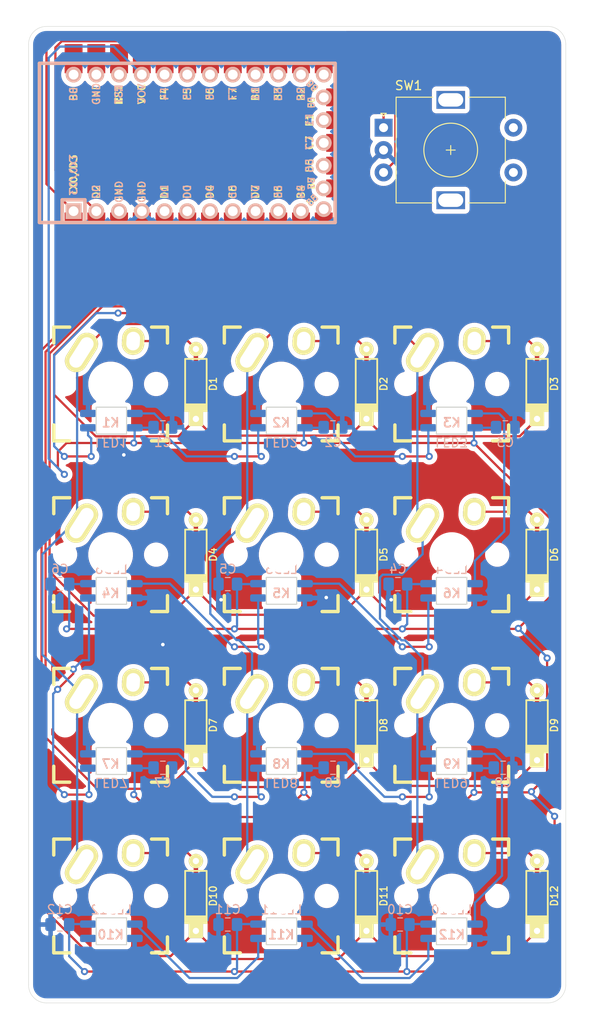
<source format=kicad_pcb>
(kicad_pcb (version 20211014) (generator pcbnew)
  (layers (0 "F.Cu" signal) (31 "B.Cu" signal) (34 "B.Paste" user) (35 "F.Paste" user) (36 "B.SilkS" user "B.Silkscreen") (37 "F.SilkS" user "F.Silkscreen") (38 "B.Mask" user) (39 "F.Mask" user) (44 "Edge.Cuts" user))
  (net 0 "")
  (net 1 "+5V")
  (net 2 "led_data")
  (net 3 "Net-(D4-Pad2)")
  (net 4 "row0")
  (net 5 "Net-(D5-Pad2)")
  (net 6 "Net-(D6-Pad2)")
  (net 7 "Net-(D10-Pad2)")
  (net 8 "row1")
  (net 9 "Net-(D11-Pad2)")
  (net 10 "Net-(D12-Pad2)")
  (net 11 "row2")
  (net 12 "row3")
  (net 13 "col0")
  (net 14 "col1")
  (net 15 "col2")
  (net 16 "Net-(SW1-PadA)")
  (net 17 "Net-(SW1-PadB)")
  (net 34 "Net-(D1-Pad2)")
  (net 35 "Net-(D2-Pad2)")
  (net 36 "Net-(D3-Pad2)")
  (net 37 "Net-(D7-Pad2)")
  (net 38 "Net-(D8-Pad2)")
  (net 39 "Net-(D9-Pad2)")
  (net 40 "Net-(LED4-Pad2)")
  (net 41 "GND")
  (net 42 "Net-(LED8-Pad2)")
  (net 43 "Net-(LED3-Pad2)")
  (net 44 "Net-(LED6-Pad2)")
  (net 45 "Net-(LED10-Pad4)")
  (net 49 "Net-(LED1-Pad2)")
  (net 50 "Net-(LED2-Pad2)")
  (net 51 "Net-(LED5-Pad2)")
  (net 52 "Net-(LED7-Pad2)")
  (net 53 "Net-(LED10-Pad2)")
  (net 54 "Net-(LED11-Pad2)")
  (footprint "keyboard_parts:D_SOD123_axial" (layer "F.Cu") (at 45.69119 61.9125 90)
    (fp_text reference "D1")
    (fp_text value "D" hide)
  )
  (footprint "keyboard_parts:D_SOD123_axial" (layer "F.Cu") (at 64.74119 61.9125 90)
    (fp_text reference "D2")
    (fp_text value "D" hide)
  )
  (footprint "keyboard_parts:D_SOD123_axial" (layer "F.Cu") (at 83.79119 61.9125 90)
    (fp_text reference "D3")
    (fp_text value "D" hide)
  )
  (footprint "keyboard_parts:D_SOD123_axial" (layer "F.Cu") (at 45.69119 80.9625 90)
    (fp_text reference "D4")
    (fp_text value "D" hide)
  )
  (footprint "keyboard_parts:D_SOD123_axial" (layer "F.Cu") (at 64.74119 80.9625 90)
    (fp_text reference "D5")
    (fp_text value "D" hide)
  )
  (footprint "keyboard_parts:D_SOD123_axial" (layer "F.Cu") (at 83.79119 80.9625 90)
    (fp_text reference "D6")
    (fp_text value "D" hide)
  )
  (footprint "keyboard_parts:D_SOD123_axial" (layer "F.Cu") (at 45.69119 100.0125 90)
    (fp_text reference "D7")
    (fp_text value "D" hide)
  )
  (footprint "keyboard_parts:D_SOD123_axial" (layer "F.Cu") (at 64.74119 100.0125 90)
    (fp_text reference "D8")
    (fp_text value "D" hide)
  )
  (footprint "keyboard_parts:D_SOD123_axial" (layer "F.Cu") (at 83.79119 100.0125 90)
    (fp_text reference "D9")
    (fp_text value "D" hide)
  )
  (footprint "keyboard_parts:D_SOD123_axial" (layer "F.Cu") (at 45.69119 119.0625 90)
    (fp_text reference "D10")
    (fp_text value "D" hide)
  )
  (footprint "keyboard_parts:D_SOD123_axial" (layer "F.Cu") (at 64.74119 119.0625 90)
    (fp_text reference "D11")
    (fp_text value "D" hide)
  )
  (footprint "keyboard_parts:D_SOD123_axial" (layer "F.Cu") (at 83.79119 119.0625 90)
    (fp_text reference "D12")
    (fp_text value "D" hide)
  )
  (footprint "keebs:Mx_Alps_100" (layer "F.Cu") (at 36.16619 61.9125)
    (fp_text reference "K1")
    (fp_text value "KEYSW" hide)
  )
  (footprint "keebs:Mx_Alps_100" (layer "F.Cu") (at 55.21619 61.9125)
    (fp_text reference "K2")
    (fp_text value "KEYSW" hide)
  )
  (footprint "keebs:Mx_Alps_100" (layer "F.Cu") (at 74.26619 61.9125)
    (fp_text reference "K3")
    (fp_text value "KEYSW" hide)
  )
  (footprint "keebs:Mx_Alps_100" (layer "F.Cu") (at 36.16619 80.9625)
    (fp_text reference "K4")
    (fp_text value "KEYSW" hide)
  )
  (footprint "keebs:Mx_Alps_100" (layer "F.Cu") (at 55.21619 80.9625)
    (fp_text reference "K5")
    (fp_text value "KEYSW" hide)
  )
  (footprint "keebs:Mx_Alps_100" (layer "F.Cu") (at 74.26619 80.9625)
    (fp_text reference "K6")
    (fp_text value "KEYSW" hide)
  )
  (footprint "keebs:Mx_Alps_100" (layer "F.Cu") (at 36.16619 100.0125)
    (fp_text reference "K7")
    (fp_text value "KEYSW" hide)
  )
  (footprint "keebs:Mx_Alps_100" (layer "F.Cu") (at 55.21619 100.0125)
    (fp_text reference "K8")
    (fp_text value "KEYSW" hide)
  )
  (footprint "keebs:Mx_Alps_100" (layer "F.Cu") (at 74.26619 100.0125)
    (fp_text reference "K9")
    (fp_text value "KEYSW" hide)
  )
  (footprint "keebs:Mx_Alps_100" (layer "F.Cu") (at 36.16619 119.0625)
    (fp_text reference "K10")
    (fp_text value "KEYSW" hide)
  )
  (footprint "keebs:Mx_Alps_100" (layer "F.Cu") (at 55.21619 119.0625)
    (fp_text reference "K11")
    (fp_text value "KEYSW" hide)
  )
  (footprint "keebs:Mx_Alps_100" (layer "F.Cu") (at 74.26619 119.0625)
    (fp_text reference "K12")
    (fp_text value "KEYSW" hide)
  )
  (footprint "keebio:Elite-C-castellated-29pin-holes" (layer "F.Cu") (at 46 35)
    (fp_text reference "U1" hide)
    (fp_text value "Elite-C" hide)
  )
  (footprint "Rotary_Encoder:RotaryEncoder_Alps_EC11E-Switch_Vertical_H20mm" (layer "F.Cu") (at 66.65 33.3)
    (fp_text reference "SW1")
    (fp_text value "Rotary_Encoder_Switch")
  )
  (footprint "Capacitor_SMD:C_0805_2012Metric_Pad1.18x1.45mm_HandSolder" (layer "B.Cu") (at 42 66.75)
    (fp_text reference "C1")
    (fp_text value "104")
  )
  (footprint "dunkyl_kicad:Adafruit NeoPixel SK6812_E" (layer "B.Cu") (at 55.25 123 180)
    (fp_text reference "LED11")
    (fp_text value "NeoPixel")
    (fp_rect (start -1.7 1.5) (end 1.7 -1.5) (layer "Edge.Cuts") (width 0.12) (fill none))
  )
  (footprint "Capacitor_SMD:C_0805_2012Metric_Pad1.18x1.45mm_HandSolder" (layer "B.Cu") (at 42 104.75)
    (fp_text reference "C7")
    (fp_text value "104")
  )
  (footprint "dunkyl_kicad:Adafruit NeoPixel SK6812_E" (layer "B.Cu") (at 36.25 104)
    (fp_text reference "LED7")
    (fp_text value "NeoPixel")
    (fp_rect (start -1.7 1.5) (end 1.7 -1.5) (layer "Edge.Cuts") (width 0.12) (fill none))
  )
  (footprint "dunkyl_kicad:Adafruit NeoPixel SK6812_E" (layer "B.Cu") (at 74.25 104)
    (fp_text reference "LED9")
    (fp_text value "NeoPixel")
    (fp_rect (start -1.7 1.5) (end 1.7 -1.5) (layer "Edge.Cuts") (width 0.12) (fill none))
  )
  (footprint "dunkyl_kicad:Adafruit NeoPixel SK6812_E" (layer "B.Cu") (at 74.25 123 180)
    (fp_text reference "LED10")
    (fp_text value "NeoPixel")
    (fp_rect (start -1.7 1.5) (end 1.7 -1.5) (layer "Edge.Cuts") (width 0.12) (fill none))
  )
  (footprint "dunkyl_kicad:Adafruit NeoPixel SK6812_E" (layer "B.Cu") (at 55.25 104)
    (fp_text reference "LED8")
    (fp_text value "NeoPixel")
    (fp_rect (start -1.7 1.5) (end 1.7 -1.5) (layer "Edge.Cuts") (width 0.12) (fill none))
  )
  (footprint "dunkyl_kicad:Adafruit NeoPixel SK6812_E" (layer "B.Cu") (at 55.25 66)
    (fp_text reference "LED2")
    (fp_text value "NeoPixel")
    (fp_rect (start -1.7 1.5) (end 1.7 -1.5) (layer "Edge.Cuts") (width 0.12) (fill none))
  )
  (footprint "Capacitor_SMD:C_0805_2012Metric_Pad1.18x1.45mm_HandSolder" (layer "B.Cu") (at 30.5 84.25 180)
    (fp_text reference "C6")
    (fp_text value "104")
  )
  (footprint "Capacitor_SMD:C_0805_2012Metric_Pad1.18x1.45mm_HandSolder" (layer "B.Cu") (at 80.25 66.75)
    (fp_text reference "C3")
    (fp_text value "104")
  )
  (footprint "Capacitor_SMD:C_0805_2012Metric_Pad1.18x1.45mm_HandSolder" (layer "B.Cu") (at 49.25 122.25 180)
    (fp_text reference "C11")
    (fp_text value "104")
  )
  (footprint "dunkyl_kicad:Adafruit NeoPixel SK6812_E" (layer "B.Cu") (at 36.25 85 180)
    (fp_text reference "LED6")
    (fp_text value "NeoPixel")
    (fp_rect (start -1.7 1.5) (end 1.7 -1.5) (layer "Edge.Cuts") (width 0.12) (fill none))
  )
  (footprint "dunkyl_kicad:Adafruit NeoPixel SK6812_E" (layer "B.Cu") (at 55.25 85 180)
    (fp_text reference "LED5")
    (fp_text value "NeoPixel")
    (fp_rect (start -1.7 1.5) (end 1.7 -1.5) (layer "Edge.Cuts") (width 0.12) (fill none))
  )
  (footprint "Capacitor_SMD:C_0805_2012Metric_Pad1.18x1.45mm_HandSolder" (layer "B.Cu") (at 68.5 122.25 180)
    (fp_text reference "C10")
    (fp_text value "104")
  )
  (footprint "Capacitor_SMD:C_0805_2012Metric_Pad1.18x1.45mm_HandSolder" (layer "B.Cu") (at 30.5 122.25 180)
    (fp_text reference "C12")
    (fp_text value "104")
  )
  (footprint "Capacitor_SMD:C_0805_2012Metric_Pad1.18x1.45mm_HandSolder" (layer "B.Cu") (at 68.25 84.25 180)
    (fp_text reference "C4")
    (fp_text value "104")
  )
  (footprint "dunkyl_kicad:Adafruit NeoPixel SK6812_E" (layer "B.Cu") (at 74.25 85 180)
    (fp_text reference "LED4")
    (fp_text value "NeoPixel")
    (fp_rect (start -1.7 1.5) (end 1.7 -1.5) (layer "Edge.Cuts") (width 0.12) (fill none))
  )
  (footprint "Capacitor_SMD:C_0805_2012Metric_Pad1.18x1.45mm_HandSolder" (layer "B.Cu") (at 61 104.75)
    (fp_text reference "C8")
    (fp_text value "104")
  )
  (footprint "Capacitor_SMD:C_0805_2012Metric_Pad1.18x1.45mm_HandSolder" (layer "B.Cu") (at 80 104.75)
    (fp_text reference "C9")
    (fp_text value "104")
  )
  (footprint "Capacitor_SMD:C_0805_2012Metric_Pad1.18x1.45mm_HandSolder" (layer "B.Cu") (at 61 66.75)
    (fp_text reference "C2")
    (fp_text value "104")
  )
  (footprint "Capacitor_SMD:C_0805_2012Metric_Pad1.18x1.45mm_HandSolder" (layer "B.Cu") (at 49.25 84.25 180)
    (fp_text reference "C5")
    (fp_text value "104")
  )
  (footprint "dunkyl_kicad:Adafruit NeoPixel SK6812_E" (layer "B.Cu") (at 74.25 66)
    (fp_text reference "LED3")
    (fp_text value "NeoPixel")
    (fp_rect (start -1.7 1.5) (end 1.7 -1.5) (layer "Edge.Cuts") (width 0.12) (fill none))
  )
  (footprint "dunkyl_kicad:Adafruit NeoPixel SK6812_E" (layer "B.Cu") (at 36.25 66)
    (fp_text reference "LED1")
    (fp_text value "NeoPixel")
    (fp_rect (start -1.7 1.5) (end 1.7 -1.5) (layer "Edge.Cuts") (width 0.12) (fill none))
  )
  (footprint "dunkyl_kicad:Adafruit NeoPixel SK6812_E" (layer "B.Cu") (at 36.25 123 180)
    (fp_text reference "LED12")
    (fp_text value "NeoPixel")
    (fp_rect (start -1.7 1.5) (end 1.7 -1.5) (layer "Edge.Cuts") (width 0.12) (fill none))
  )
  (gr_line (start 85 22) (end 29 22) (layer "Edge.Cuts") (width 0.05))
  (gr_line (start 87 24) (end 87 129) (layer "Edge.Cuts") (width 0.05))
  (gr_arc (start 29 131) (mid 27.585786 130.414214) (end 27 129) (layer "Edge.Cuts") (width 0.05))
  (gr_line (start 85 131) (end 29 131) (layer "Edge.Cuts") (width 0.05))
  (gr_line (start 27 129) (end 27 24) (layer "Edge.Cuts") (width 0.05))
  (gr_arc (start 85 22) (mid 86.414214 22.585786) (end 87 24) (layer "Edge.Cuts") (width 0.05))
  (gr_arc (start 27 24) (mid 27.585786 22.585786) (end 29 22) (layer "Edge.Cuts") (width 0.05))
  (gr_arc (start 87 129) (mid 86.414214 130.414214) (end 85 131) (layer "Edge.Cuts") (width 0.05))
  (segment (start 80.25 72) (end 80.31899 72) (width 0.25) (layer "F.Cu") (net 1))
  (segment (start 57.75 68.5) (end 76.75 68.5) (width 0.25) (layer "F.Cu") (net 1))
  (segment (start 69.25 127.5) (end 50 127.5) (width 0.25) (layer "F.Cu") (net 1))
  (segment (start 85.75 110.168598) (end 85.75 125.25) (width 0.25) (layer "F.Cu") (net 1))
  (segment (start 85.75 125.25) (end 83.5 127.5) (width 0.25) (layer "F.Cu") (net 1))
  (segment (start 85.25 85.652712) (end 81.701356 89.201356) (width 0.25) (layer "F.Cu") (net 1))
  (segment (start 80.31899 72) (end 85.25 76.93101) (width 0.25) (layer "F.Cu") (net 1))
  (segment (start 60.5 110.25) (end 57.75 107.5) (width 0.25) (layer "F.Cu") (net 1))
  (segment (start 50 89.25) (end 31.25 89.25) (width 0.25) (layer "F.Cu") (net 1))
  (segment (start 50 127.5) (end 33.25 127.5) (width 0.25) (layer "F.Cu") (net 1))
  (segment (start 81.701356 89.201356) (end 81.652712 89.25) (width 0.25) (layer "F.Cu") (net 1))
  (segment (start 57.75 107.5) (end 55 110.25) (width 0.25) (layer "F.Cu") (net 1))
  (segment (start 31.25 68.5) (end 38.75 68.5) (width 0.25) (layer "F.Cu") (net 1))
  (segment (start 83.165701 107.415701) (end 83.081402 107.5) (width 0.25) (layer "F.Cu") (net 1))
  (segment (start 38.75 68.5) (end 57.75 68.5) (width 0.25) (layer "F.Cu") (net 1))
  (segment (start 76.75 68.5) (end 80.25 72) (width 0.25) (layer "F.Cu") (net 1))
  (segment (start 55 110.25) (end 41.25 110.25) (width 0.25) (layer "F.Cu") (net 1))
  (segment (start 30.275489 71.275489) (end 30.275489 69.474511) (width 0.25) (layer "F.Cu") (net 1))
  (segment (start 83.081402 107.5) (end 76.75 107.5) (width 0.25) (layer "F.Cu") (net 1))
  (segment (start 84.915701 92.512989) (end 84.915701 105.665701) (width 0.25) (layer "F.Cu") (net 1))
  (segment (start 81.652712 89.25) (end 68.75 89.25) (width 0.25) (layer "F.Cu") (net 1))
  (segment (start 84.915701 105.665701) (end 83.165701 107.415701) (width 0.25) (layer "F.Cu") (net 1))
  (segment (start 74 110.25) (end 60.5 110.25) (width 0.25) (layer "F.Cu") (net 1))
  (segment (start 68.75 89.25) (end 50 89.25) (width 0.25) (layer "F.Cu") (net 1))
  (segment (start 41.25 110.25) (end 38.75 107.75) (width 0.25) (layer "F.Cu") (net 1))
  (segment (start 30.275489 69.474511) (end 31.25 68.5) (width 0.25) (layer "F.Cu") (net 1))
  (segment (start 83.5 127.5) (end 69.25 127.5) (width 0.25) (layer "F.Cu") (net 1))
  (segment (start 85.25 76.93101) (end 85.25 85.652712) (width 0.25) (layer "F.Cu") (net 1))
  (segment (start 76.75 107.5) (end 74 110.25) (width 0.25) (layer "F.Cu") (net 1))
  (segment (start 31 72) (end 30.275489 71.275489) (width 0.25) (layer "F.Cu") (net 1))
  (via (at 33.25 127.5) (size 0.8) (drill 0.4) (layers "F.Cu" "B.Cu") (net 1))
  (via (at 50 89.25) (size 0.8) (drill 0.4) (layers "F.Cu" "B.Cu") (net 1))
  (via (at 57.75 68.5) (size 0.8) (drill 0.4) (layers "F.Cu" "B.Cu") (net 1))
  (via (at 76.75 107.5) (size 0.8) (drill 0.4) (layers "F.Cu" "B.Cu") (net 1))
  (via (at 31 72) (size 0.8) (drill 0.4) (layers "F.Cu" "B.Cu") (net 1))
  (via (at 57.75 107.5) (size 0.8) (drill 0.4) (layers "F.Cu" "B.Cu") (net 1))
  (via (at 38.75 107.75) (size 0.8) (drill 0.4) (layers "F.Cu" "B.Cu") (net 1))
  (via (at 84.915701 92.512989) (size 0.8) (drill 0.4) (layers "F.Cu" "B.Cu") (net 1))
  (via (at 50 127.5) (size 0.8) (drill 0.4) (layers "F.Cu" "B.Cu") (net 1))
  (via (at 81.701356 89.201356) (size 0.8) (drill 0.4) (layers "F.Cu" "B.Cu") (net 1))
  (via (at 68.75 89.25) (size 0.8) (drill 0.4) (layers "F.Cu" "B.Cu") (net 1))
  (via (at 38.75 68.5) (size 0.8) (drill 0.4) (layers "F.Cu" "B.Cu") (net 1))
  (via (at 83.165701 107.415701) (size 0.8) (drill 0.4) (layers "F.Cu" "B.Cu") (net 1))
  (via (at 76.75 68.5) (size 0.8) (drill 0.4) (layers "F.Cu" "B.Cu") (net 1))
  (via (at 69.25 127.5) (size 0.8) (drill 0.4) (layers "F.Cu" "B.Cu") (net 1))
  (via (at 31.25 89.25) (size 0.8) (drill 0.4) (layers "F.Cu" "B.Cu") (net 1))
  (via (at 85.75 110.168598) (size 0.8) (drill 0.4) (layers "F.Cu" "B.Cu") (net 1))
  (segment (start 69.2875 84.25) (end 69.2875 88.7125) (width 0.25) (layer "B.Cu") (net 1))
  (segment (start 71.6 84.25) (end 71.65 84.2) (width 0.25) (layer "B.Cu") (net 1))
  (segment (start 57.85 104.8) (end 59.9125 104.8) (width 0.25) (layer "B.Cu") (net 1))
  (segment (start 31.5375 88.9625) (end 31.25 89.25) (width 0.25) (layer "B.Cu") (net 1))
  (segment (start 38.85 104.8) (end 38.85 107.65) (width 0.25) (layer "B.Cu") (net 1))
  (segment (start 39.65 27.38) (end 36.52 24.25) (width 0.25) (layer "B.Cu") (net 1))
  (segment (start 52.65 122.2) (end 50.3375 122.2) (width 0.25) (layer "B.Cu") (net 1))
  (segment (start 31.5375 84.25) (end 31.5375 88.9625) (width 0.25) (layer "B.Cu") (net 1))
  (segment (start 50.2875 88.9625) (end 50 89.25) (width 0.25) (layer "B.Cu") (net 1))
  (segment (start 36.52 24.25) (end 30.5 24.25) (width 0.25) (layer "B.Cu") (net 1))
  (segment (start 69.25 122.5375) (end 69.25 127.5) (width 0.25) (layer "B.Cu") (net 1))
  (segment (start 57.75 66.9) (end 57.85 66.8) (width 0.25) (layer "B.Cu") (net 1))
  (segment (start 52.6 84.25) (end 52.65 84.2) (width 0.25) (layer "B.Cu") (net 1))
  (segment (start 50.2875 122.25) (end 50.2875 127.2125) (width 0.25) (layer "B.Cu") (net 1))
  (segment (start 76.85 66.8) (end 79.1625 66.8) (width 0.25) (layer "B.Cu") (net 1))
  (segment (start 69.5375 122.25) (end 69.25 122.5375) (width 0.25) (layer "B.Cu") (net 1))
  (segment (start 31.5375 122.25) (end 31.5375 125.7875) (width 0.25) (layer "B.Cu") (net 1))
  (segment (start 76.85 107.4) (end 76.75 107.5) (width 0.25) (layer "B.Cu") (net 1))
  (segment (start 38.85 68.4) (end 38.75 68.5) (width 0.25) (layer "B.Cu") (net 1))
  (segment (start 76.85 104.8) (end 76.85 107.4) (width 0.25) (layer "B.Cu") (net 1))
  (segment (start 50.2875 127.2125) (end 50 127.5) (width 0.25) (layer "B.Cu") (net 1))
  (segment (start 84.915701 92.415701) (end 84.915701 92.512989) (width 0.25) (layer "B.Cu") (net 1))
  (segment (start 59.9125 66.8) (end 59.9625 66.75) (width 0.25) (layer "B.Cu") (net 1))
  (segment (start 81.701356 89.201356) (end 84.915701 92.415701) (width 0.25) (layer "B.Cu") (net 1))
  (segment (start 33.65 122.2) (end 31.5875 122.2) (width 0.25) (layer "B.Cu") (net 1))
  (segment (start 29.25 25.5) (end 29.25 70.25) (width 0.25) (layer "B.Cu") (net 1))
  (segment (start 69.5875 122.2) (end 69.5375 122.25) (width 0.25) (layer "B.Cu") (net 1))
  (segment (start 79.1625 66.8) (end 79.2125 66.75) (width 0.25) (layer "B.Cu") (net 1))
  (segment (start 38.85 107.65) (end 38.75 107.75) (width 0.25) (layer "B.Cu") (net 1))
  (segment (start 76.75 68.5) (end 76.75 66.9) (width 0.25) (layer "B.Cu") (net 1))
  (segment (start 59.9125 104.8) (end 59.9625 104.75) (width 0.25) (layer "B.Cu") (net 1))
  (segment (start 57.85 107.4) (end 57.75 107.5) (width 0.25) (layer "B.Cu") (net 1))
  (segment (start 71.65 122.2) (end 69.5875 122.2) (width 0.25) (layer "B.Cu") (net 1))
  (segment (start 29.25 70.25) (end 31 72) (width 0.25) (layer "B.Cu") (net 1))
  (segment (start 50.2875 84.25) (end 52.6 84.25) (width 0.25) (layer "B.Cu") (net 1))
  (segment (start 57.75 68.5) (end 57.75 66.9) (width 0.25) (layer "B.Cu") (net 1))
  (segment (start 57.85 104.8) (end 57.85 107.4) (width 0.25) (layer "B.Cu") (net 1))
  (segment (start 76.85 104.8) (end 78.9125 104.8) (width 0.25) (layer "B.Cu") (net 1))
  (segment (start 33.6 84.25) (end 33.65 84.2) (width 0.25) (layer "B.Cu") (net 1))
  (segment (start 83.165701 107.584299) (end 85.75 110.168598) (width 0.25) (layer "B.Cu") (net 1))
  (segment (start 57.85 66.8) (end 59.9125 66.8) (width 0.25) (layer "B.Cu") (net 1))
  (segment (start 50.2875 84.25) (end 50.2875 88.9625) (width 0.25) (layer "B.Cu") (net 1))
  (segment (start 69.2875 88.7125) (end 68.75 89.25) (width 0.25) (layer "B.Cu") (net 1))
  (segment (start 76.75 66.9) (end 76.85 66.8) (width 0.25) (layer "B.Cu") (net 1))
  (segment (start 50.3375 122.2) (end 50.2875 122.25) (width 0.25) (layer "B.Cu") (net 1))
  (segment (start 31.5875 122.2) (end 31.5375 122.25) (width 0.25) (layer "B.Cu") (net 1))
  (segment (start 38.85 66.8) (end 38.85 68.4) (width 0.25) (layer "B.Cu") (net 1))
  (segment (start 40.9125 66.8) (end 40.9625 66.75) (width 0.25) (layer "B.Cu") (net 1))
  (segment (start 38.85 66.8) (end 40.9125 66.8) (width 0.25) (layer "B.Cu") (net 1))
  (segment (start 31.5375 84.25) (end 33.6 84.25) (width 0.25) (layer "B.Cu") (net 1))
  (segment (start 31.5375 125.7875) (end 33.25 127.5) (width 0.25) (layer "B.Cu") (net 1))
  (segment (start 83.165701 107.415701) (end 83.165701 107.584299) (width 0.25) (layer "B.Cu") (net 1))
  (segment (start 38.85 104.8) (end 40.9125 104.8) (width 0.25) (layer "B.Cu") (net 1))
  (segment (start 69.2875 84.25) (end 71.6 84.25) (width 0.25) (layer "B.Cu") (net 1))
  (segment (start 40.9125 104.8) (end 40.9625 104.75) (width 0.25) (layer "B.Cu") (net 1))
  (segment (start 78.9125 104.8) (end 78.9625 104.75) (width 0.25) (layer "B.Cu") (net 1))
  (segment (start 30.5 24.25) (end 29.25 25.5) (width 0.25) (layer "B.Cu") (net 1))
  (segment (start 52.35 42.62) (end 52.35 46.65) (width 0.25) (layer "F.Cu") (net 2))
  (segment (start 31 70) (end 34 70) (width 0.25) (layer "F.Cu") (net 2))
  (segment (start 45 54) (end 37 54) (width 0.25) (layer "F.Cu") (net 2))
  (segment (start 52.35 46.65) (end 45 54) (width 0.25) (layer "F.Cu") (net 2))
  (via (at 31 70) (size 0.8) (drill 0.4) (layers "F.Cu" "B.Cu") (net 2))
  (via (at 34 70) (size 0.8) (drill 0.4) (layers "F.Cu" "B.Cu") (net 2))
  (via (at 37 54) (size 0.8) (drill 0.4) (layers "F.Cu" "B.Cu") (net 2))
  (segment (start 33.65 66.8) (end 33.65 67.65) (width 0.25) (layer "B.Cu") (net 2))
  (segment (start 33.65 67.65) (end 34 68) (width 0.25) (layer "B.Cu") (net 2))
  (segment (start 34.585782 54) (end 29.860769 58.725013) (width 0.25) (layer "B.Cu") (net 2))
  (segment (start 29.860769 58.725013) (end 29.860769 68.860769) (width 0.25) (layer "B.Cu") (net 2))
  (segment (start 34 68) (end 34 70) (width 0.25) (layer "B.Cu") (net 2))
  (segment (start 29.860769 68.860769) (end 31 70) (width 0.25) (layer "B.Cu") (net 2))
  (segment (start 37 54) (end 34.585782 54) (width 0.25) (layer "B.Cu") (net 2))
  (segment (start 38.68619 76.1725) (end 44.80119 76.1725) (width 0.25) (layer "F.Cu") (net 3))
  (segment (start 44.80119 76.1725) (end 45.69119 77.0625) (width 0.25) (layer "F.Cu") (net 3))
  (segment (start 43.75369 67.75) (end 45.69119 65.8125) (width 0.25) (layer "F.Cu") (net 4))
  (segment (start 45.69119 65.8125) (end 47.55321 67.67452) (width 0.25) (layer "F.Cu") (net 4))
  (segment (start 41.692022 53.25) (end 35.25 53.25) (width 0.25) (layer "F.Cu") (net 4))
  (segment (start 81.85369 67.75) (end 83.79119 65.8125) (width 0.25) (layer "F.Cu") (net 4))
  (segment (start 49.81 45.132022) (end 41.692022 53.25) (width 0.25) (layer "F.Cu") (net 4))
  (segment (start 47.55321 67.67452) (end 62.87917 67.67452) (width 0.25) (layer "F.Cu") (net 4))
  (segment (start 29.860769 58.639231) (end 29.860769 63.110769) (width 0.25) (layer "F.Cu") (net 4))
  (segment (start 34.5 67.75) (end 43.75369 67.75) (width 0.25) (layer "F.Cu") (net 4))
  (segment (start 35.25 53.25) (end 29.860769 58.639231) (width 0.25) (layer "F.Cu") (net 4))
  (segment (start 49.81 42.62) (end 49.81 45.132022) (width 0.25) (layer "F.Cu") (net 4))
  (segment (start 62.87917 67.67452) (end 64.74119 65.8125) (width 0.25) (layer "F.Cu") (net 4))
  (segment (start 66.67869 67.75) (end 81.85369 67.75) (width 0.25) (layer "F.Cu") (net 4))
  (segment (start 64.74119 65.8125) (end 66.67869 67.75) (width 0.25) (layer "F.Cu") (net 4))
  (segment (start 29.860769 63.110769) (end 34.5 67.75) (width 0.25) (layer "F.Cu") (net 4))
  (segment (start 63.85119 76.1725) (end 64.74119 77.0625) (width 0.25) (layer "F.Cu") (net 5))
  (segment (start 57.73619 76.1725) (end 63.85119 76.1725) (width 0.25) (layer "F.Cu") (net 5))
  (segment (start 76.78619 76.1725) (end 82.90119 76.1725) (width 0.25) (layer "F.Cu") (net 6))
  (segment (start 82.90119 76.1725) (end 83.79119 77.0625) (width 0.25) (layer "F.Cu") (net 6))
  (segment (start 38.68619 114.2725) (end 44.80119 114.2725) (width 0.25) (layer "F.Cu") (net 7))
  (segment (start 44.80119 114.2725) (end 45.69119 115.1625) (width 0.25) (layer "F.Cu") (net 7))
  (segment (start 29.35048 58.513803) (end 29.35048 82.85048) (width 0.25) (layer "F.Cu") (net 8))
  (segment (start 61.92917 87.67452) (end 64.74119 84.8625) (width 0.25) (layer "F.Cu") (net 8))
  (segment (start 35.063803 52.80048) (end 29.35048 58.513803) (width 0.25) (layer "F.Cu") (net 8))
  (segment (start 80.87917 87.77452) (end 83.79119 84.8625) (width 0.25) (layer "F.Cu") (net 8))
  (segment (start 45.69119 84.8625) (end 42.77917 87.77452) (width 0.25) (layer "F.Cu") (net 8))
  (segment (start 34.27452 87.77452) (end 29.35048 82.85048) (width 0.25) (layer "F.Cu") (net 8))
  (segment (start 67.65321 87.77452) (end 80.87917 87.77452) (width 0.25) (layer "F.Cu") (net 8))
  (segment (start 42.77917 87.77452) (end 34.27452 87.77452) (width 0.25) (layer "F.Cu") (net 8))
  (segment (start 47.27 44.98) (end 39.44952 52.80048) (width 0.25) (layer "F.Cu") (net 8))
  (segment (start 64.74119 84.8625) (end 67.65321 87.77452) (width 0.25) (layer "F.Cu") (net 8))
  (segment (start 45.69119 84.8625) (end 48.50321 87.67452) (width 0.25) (layer "F.Cu") (net 8))
  (segment (start 48.50321 87.67452) (end 61.92917 87.67452) (width 0.25) (layer "F.Cu") (net 8))
  (segment (start 47.27 42.62) (end 47.27 44.98) (width 0.25) (layer "F.Cu") (net 8))
  (segment (start 39.44952 52.80048) (end 35.063803 52.80048) (width 0.25) (layer "F.Cu") (net 8))
  (segment (start 57.73619 114.2725) (end 63.85119 114.2725) (width 0.25) (layer "F.Cu") (net 9))
  (segment (start 63.85119 114.2725) (end 64.74119 115.1625) (width 0.25) (layer "F.Cu") (net 9))
  (segment (start 76.78619 114.2725) (end 82.90119 114.2725) (width 0.25) (layer "F.Cu") (net 10))
  (segment (start 82.90119 114.2725) (end 83.79119 115.1625) (width 0.25) (layer "F.Cu") (net 10))
  (segment (start 28.90096 58.327606) (end 28.90096 101.347768) (width 0.25) (layer "F.Cu") (net 11))
  (segment (start 48.67869 106.9) (end 61.75369 106.9) (width 0.25) (layer "F.Cu") (net 11))
  (segment (start 67.60321 106.77452) (end 80.92917 106.77452) (width 0.25) (layer "F.Cu") (net 11))
  (segment (start 44.73 46.884282) (end 40.344284 46.884282) (width 0.25) (layer "F.Cu") (net 11))
  (segment (start 80.92917 106.77452) (end 83.79119 103.9125) (width 0.25) (layer "F.Cu") (net 11))
  (segment (start 44.73 42.62) (end 44.73 46.884282) (width 0.25) (layer "F.Cu") (net 11))
  (segment (start 45.69119 103.9125) (end 48.67869 106.9) (width 0.25) (layer "F.Cu") (net 11))
  (segment (start 61.75369 106.9) (end 64.74119 103.9125) (width 0.25) (layer "F.Cu") (net 11))
  (segment (start 42.50369 107.1) (end 34.653192 107.1) (width 0.25) (layer "F.Cu") (net 11))
  (segment (start 34.653192 107.1) (end 33.776596 106.223404) (width 0.25) (layer "F.Cu") (net 11))
  (segment (start 45.69119 103.9125) (end 42.50369 107.1) (width 0.25) (layer "F.Cu") (net 11))
  (segment (start 33.776596 106.223404) (end 28.90096 101.347768) (width 0.25) (layer "F.Cu") (net 11))
  (segment (start 64.74119 103.9125) (end 67.60321 106.77452) (width 0.25) (layer "F.Cu") (net 11))
  (segment (start 40.344284 46.884282) (end 28.90096 58.327606) (width 0.25) (layer "F.Cu") (net 11))
  (segment (start 80.97917 125.77452) (end 83.79119 122.9625) (width 0.25) (layer "F.Cu") (net 12))
  (segment (start 33.97452 125.77452) (end 28.45144 120.25144) (width 0.25) (layer "F.Cu") (net 12))
  (segment (start 45.69119 122.9625) (end 42.87917 125.77452) (width 0.25) (layer "F.Cu") (net 12))
  (segment (start 48.82869 126.1) (end 61.60369 126.1) (width 0.25) (layer "F.Cu") (net 12))
  (segment (start 67.55321 125.77452) (end 80.97917 125.77452) (width 0.25) (layer "F.Cu") (net 12))
  (segment (start 45.69119 122.9625) (end 48.82869 126.1) (width 0.25) (layer "F.Cu") (net 12))
  (segment (start 28.45144 58.141409) (end 28.45144 120.25144) (width 0.25) (layer "F.Cu") (net 12))
  (segment (start 40.158087 46.434762) (end 28.45144 58.141409) (width 0.25) (layer "F.Cu") (net 12))
  (segment (start 43.0663 43.4963) (end 43.0663 46.1837) (width 0.25) (layer "F.Cu") (net 12))
  (segment (start 42.815238 46.434762) (end 40.158087 46.434762) (width 0.25) (layer "F.Cu") (net 12))
  (segment (start 42.87917 125.77452) (end 33.97452 125.77452) (width 0.25) (layer "F.Cu") (net 12))
  (segment (start 42.19 42.62) (end 43.0663 43.4963) (width 0.25) (layer "F.Cu") (net 12))
  (segment (start 64.74119 122.9625) (end 67.55321 125.77452) (width 0.25) (layer "F.Cu") (net 12))
  (segment (start 61.60369 126.1) (end 64.74119 122.9625) (width 0.25) (layer "F.Cu") (net 12))
  (segment (start 43.0663 46.1837) (end 42.815238 46.434762) (width 0.25) (layer "F.Cu") (net 12))
  (segment (start 32.91119 58.3925) (end 36.08575 55.21794) (width 0.25) (layer "F.Cu") (net 13))
  (segment (start 54.89 45.132022) (end 54.89 42.62) (width 0.25) (layer "F.Cu") (net 13))
  (segment (start 36.08575 55.21794) (end 44.804082 55.21794) (width 0.25) (layer "F.Cu") (net 13))
  (segment (start 44.804082 55.21794) (end 54.89 45.132022) (width 0.25) (layer "F.Cu") (net 13))
  (segment (start 28.55048 92.13179) (end 32.91119 96.4925) (width 0.25) (layer "B.Cu") (net 13))
  (segment (start 32.91119 77.4425) (end 32.015652 77.4425) (width 0.25) (layer "B.Cu") (net 13))
  (segment (start 32.42548 58.87821) (end 32.42548 76.95679) (width 0.25) (layer "B.Cu") (net 13))
  (segment (start 32.91119 96.4925) (end 32.42548 96.97821) (width 0.25) (layer "B.Cu") (net 13))
  (segment (start 32.42548 115.05679) (end 32.91119 115.5425) (width 0.25) (layer "B.Cu") (net 13))
  (segment (start 32.42548 76.95679) (end 32.91119 77.4425) (width 0.25) (layer "B.Cu") (net 13))
  (segment (start 32.42548 96.97821) (end 32.42548 115.05679) (width 0.25) (layer "B.Cu") (net 13))
  (segment (start 28.55048 80.907672) (end 28.55048 92.13179) (width 0.25) (layer "B.Cu") (net 13))
  (segment (start 32.91119 58.3925) (end 32.42548 58.87821) (width 0.25) (layer "B.Cu") (net 13))
  (segment (start 32.015652 77.4425) (end 28.55048 80.907672) (width 0.25) (layer "B.Cu") (net 13))
  (segment (start 57.43 42.62) (end 57.43 54.8575) (width 0.25) (layer "F.Cu") (net 14))
  (segment (start 55.49619 54.8575) (end 51.96119 58.3925) (width 0.25) (layer "F.Cu") (net 14))
  (segment (start 57.43 54.8575) (end 55.49619 54.8575) (width 0.25) (layer "F.Cu") (net 14))
  (segment (start 51.42548 97.02821) (end 51.42548 115.00679) (width 0.25) (layer "B.Cu") (net 14))
  (segment (start 51.42548 115.00679) (end 51.96119 115.5425) (width 0.25) (layer "B.Cu") (net 14))
  (segment (start 51.96119 58.3925) (end 51.42548 58.92821) (width 0.25) (layer "B.Cu") (net 14))
  (segment (start 51.96119 96.4925) (end 51.42548 97.02821) (width 0.25) (layer "B.Cu") (net 14))
  (segment (start 51.96119 91.96119) (end 51.96119 96.4925) (width 0.25) (layer "B.Cu") (net 14))
  (segment (start 51.42548 58.92821) (end 51.42548 76.90679) (width 0.25) (layer "B.Cu") (net 14))
  (segment (start 47.30048 81.207672) (end 47.30048 87.575094) (width 0.25) (layer "B.Cu") (net 14))
  (segment (start 51.96119 77.4425) (end 51.065652 77.4425) (width 0.25) (layer "B.Cu") (net 14))
  (segment (start 51.42548 76.90679) (end 51.96119 77.4425) (width 0.25) (layer "B.Cu") (net 14))
  (segment (start 50.5 90.5) (end 51.96119 91.96119) (width 0.25) (layer "B.Cu") (net 14))
  (segment (start 50.225386 90.5) (end 50.5 90.5) (width 0.25) (layer "B.Cu") (net 14))
  (segment (start 51.065652 77.4425) (end 47.30048 81.207672) (width 0.25) (layer "B.Cu") (net 14))
  (segment (start 47.30048 87.575094) (end 50.225386 90.5) (width 0.25) (layer "B.Cu") (net 14))
  (segment (start 59.97 42.3914) (end 59.97 45.4175) (width 0.25) (layer "F.Cu") (net 15))
  (segment (start 59.97 44.398) (end 59.97 47.35131) (width 0.25) (layer "F.Cu") (net 15))
  (segment (start 59.97 47.35131) (end 71.01119 58.3925) (width 0.25) (layer "F.Cu") (net 15))
  (segment (start 68.712027 83.20048) (end 66.54952 83.20048) (width 0.25) (layer "B.Cu") (net 15))
  (segment (start 68.661207 90.525489) (end 69.050103 90.525489) (width 0.25) (layer "B.Cu") (net 15))
  (segment (start 71.01119 58.3925) (end 70.42548 58.97821) (width 0.25) (layer "B.Cu") (net 15))
  (segment (start 71.01119 96.4925) (end 70.42548 97.07821) (width 0.25) (layer "B.Cu") (net 15))
  (segment (start 66.25 88.114282) (end 68.661207 90.525489) (width 0.25) (layer "B.Cu") (net 15))
  (segment (start 70.42548 114.95679) (end 71.01119 115.5425) (width 0.25) (layer "B.Cu") (net 15))
  (segment (start 66.25 83.5) (end 66.25 88.114282) (width 0.25) (layer "B.Cu") (net 15))
  (segment (start 66.54952 83.20048) (end 66.25 83.5) (width 0.25) (layer "B.Cu") (net 15))
  (segment (start 71.01119 92.486576) (end 71.01119 96.4925) (width 0.25) (layer "B.Cu") (net 15))
  (segment (start 70.42548 97.07821) (end 70.42548 114.95679) (width 0.25) (layer "B.Cu") (net 15))
  (segment (start 70.42548 76.85679) (end 71.01119 77.4425) (width 0.25) (layer "B.Cu") (net 15))
  (segment (start 71.01119 80.901317) (end 68.712027 83.20048) (width 0.25) (layer "B.Cu") (net 15))
  (segment (start 69.050103 90.525489) (end 71.01119 92.486576) (width 0.25) (layer "B.Cu") (net 15))
  (segment (start 71.01119 77.4425) (end 71.01119 80.901317) (width 0.25) (layer "B.Cu") (net 15))
  (segment (start 70.42548 58.97821) (end 70.42548 76.85679) (width 0.25) (layer "B.Cu") (net 15))
  (segment (start 30.705489 23.652489) (end 30 24.357978) (width 0.25) (layer "F.Cu") (net 16))
  (segment (start 30 24.357978) (end 30 38.05) (width 0.25) (layer "F.Cu") (net 16))
  (segment (start 61.294511 23.652489) (end 30.705489 23.652489) (width 0.25) (layer "F.Cu") (net 16))
  (segment (start 66.65 29.007978) (end 61.294511 23.652489) (width 0.25) (layer "F.Cu") (net 16))
  (segment (start 30 38.05) (end 34.57 42.62) (width 0.25) (layer "F.Cu") (net 16))
  (segment (start 66.65 33.3) (end 66.65 29.007978) (width 0.25) (layer "F.Cu") (net 16))
  (segment (start 67.974511 36.975489) (end 67.974511 29.149031) (width 0.25) (layer "F.Cu") (net 17))
  (segment (start 66.65 38.3) (end 67.974511 36.975489) (width 0.25) (layer "F.Cu") (net 17))
  (segment (start 29 39.59) (end 32.03 42.62) (width 0.25) (layer "F.Cu") (net 17))
  (segment (start 29.797031 23.202969) (end 29 24) (width 0.25) (layer "F.Cu") (net 17))
  (segment (start 67.974511 29.149031) (end 62.028449 23.202969) (width 0.25) (layer "F.Cu") (net 17))
  (segment (start 29 24) (end 29 39.59) (width 0.25) (layer "F.Cu") (net 17))
  (segment (start 62.028449 23.202969) (end 29.797031 23.202969) (width 0.25) (layer "F.Cu") (net 17))
  (segment (start 44.80119 57.1225) (end 45.69119 58.0125) (width 0.25) (layer "F.Cu") (net 34))
  (segment (start 38.68619 57.1225) (end 44.80119 57.1225) (width 0.25) (layer "F.Cu") (net 34))
  (segment (start 63.85119 57.1225) (end 64.74119 58.0125) (width 0.25) (layer "F.Cu") (net 35))
  (segment (start 57.73619 57.1225) (end 63.85119 57.1225) (width 0.25) (layer "F.Cu") (net 35))
  (segment (start 82.90119 57.1225) (end 83.79119 58.0125) (width 0.25) (layer "F.Cu") (net 36))
  (segment (start 76.78619 57.1225) (end 82.90119 57.1225) (width 0.25) (layer "F.Cu") (net 36))
  (segment (start 44.80119 95.2225) (end 45.69119 96.1125) (width 0.25) (layer "F.Cu") (net 37))
  (segment (start 38.68619 95.2225) (end 44.80119 95.2225) (width 0.25) (layer "F.Cu") (net 37))
  (segment (start 63.85119 95.2225) (end 64.74119 96.1125) (width 0.25) (layer "F.Cu") (net 38))
  (segment (start 57.73619 95.2225) (end 63.85119 95.2225) (width 0.25) (layer "F.Cu") (net 38))
  (segment (start 76.78619 95.2225) (end 82.90119 95.2225) (width 0.25) (layer "F.Cu") (net 39))
  (segment (start 82.90119 95.2225) (end 83.79119 96.1125) (width 0.25) (layer "F.Cu") (net 39))
  (segment (start 68.75 91.25) (end 71.75 91.25) (width 0.25) (layer "F.Cu") (net 40))
  (via (at 71.75 91.25) (size 0.8) (drill 0.4) (layers "F.Cu" "B.Cu") (net 40))
  (via (at 68.75 91.25) (size 0.8) (drill 0.4) (layers "F.Cu" "B.Cu") (net 40))
  (segment (start 61.7 84.2) (end 57.85 84.2) (width 0.25) (layer "B.Cu") (net 40))
  (segment (start 68.75 91.25) (end 61.7 84.2) (width 0.25) (layer "B.Cu") (net 40))
  (segment (start 71.65 85.8) (end 71.65 91.15) (width 0.25) (layer "B.Cu") (net 40))
  (segment (start 71.65 91.15) (end 71.75 91.25) (width 0.25) (layer "B.Cu") (net 40))
  (via (at 48.5 86) (size 0.8) (drill 0.4) (layers "F.Cu" "B.Cu") (net 41))
  (via (at 42 91) (size 0.8) (drill 0.4) (layers "F.Cu" "B.Cu") (net 41))
  (via (at 60.25 85.75) (size 0.8) (drill 0.4) (layers "F.Cu" "B.Cu") (net 41))
  (via (at 37.640785 69.826147) (size 0.8) (drill 0.4) (layers "F.Cu" "B.Cu") (net 41))
  (via (at 67.5 86) (size 0.8) (drill 0.4) (layers "F.Cu" "B.Cu") (net 41))
  (via (at 29.75 86.25) (size 0.8) (drill 0.4) (layers "F.Cu" "B.Cu") (net 41))
  (segment (start 68.75 108) (end 71.75 108) (width 0.25) (layer "F.Cu") (net 42))
  (via (at 68.75 108) (size 0.8) (drill 0.4) (layers "F.Cu" "B.Cu") (net 42))
  (via (at 71.75 108) (size 0.8) (drill 0.4) (layers "F.Cu" "B.Cu") (net 42))
  (segment (start 66.75 108) (end 68.75 108) (width 0.25) (layer "B.Cu") (net 42))
  (segment (start 63.616679 104.366679) (end 63.616679 104.866679) (width 0.25) (layer "B.Cu") (net 42))
  (segment (start 71.75 104.9) (end 71.75 108) (width 0.25) (layer "B.Cu") (net 42))
  (segment (start 63.616679 104.866679) (end 66.75 108) (width 0.25) (layer "B.Cu") (net 42))
  (segment (start 71.65 104.8) (end 71.75 104.9) (width 0.25) (layer "B.Cu") (net 42))
  (segment (start 62.45 103.2) (end 63.616679 104.366679) (width 0.25) (layer "B.Cu") (net 42))
  (segment (start 57.85 103.2) (end 62.45 103.2) (width 0.25) (layer "B.Cu") (net 42))
  (segment (start 80.12452 78.37548) (end 76.85 81.65) (width 0.25) (layer "B.Cu") (net 43))
  (segment (start 80.12452 65.786067) (end 80.12452 78.37548) (width 0.25) (layer "B.Cu") (net 43))
  (segment (start 76.85 65.2) (end 79.538453 65.2) (width 0.25) (layer "B.Cu") (net 43))
  (segment (start 76.85 81.65) (end 76.85 84.2) (width 0.25) (layer "B.Cu") (net 43))
  (segment (start 79.538453 65.2) (end 80.12452 65.786067) (width 0.25) (layer "B.Cu") (net 43))
  (segment (start 32 94.25) (end 30.25 96) (width 0.25) (layer "F.Cu") (net 44))
  (segment (start 32 93.75) (end 32 94.25) (width 0.25) (layer "F.Cu") (net 44))
  (segment (start 33.75 107.75) (end 31 107.75) (width 0.25) (layer "F.Cu") (net 44))
  (via (at 33.75 107.75) (size 0.8) (drill 0.4) (layers "F.Cu" "B.Cu") (net 44))
  (via (at 31 107.75) (size 0.8) (drill 0.4) (layers "F.Cu" "B.Cu") (net 44))
  (via (at 30.25 96) (size 0.8) (drill 0.4) (layers "F.Cu" "B.Cu") (net 44))
  (via (at 32 93.75) (size 0.8) (drill 0.4) (layers "F.Cu" "B.Cu") (net 44))
  (segment (start 29.75 106.5) (end 31 107.75) (width 0.25) (layer "B.Cu") (net 44))
  (segment (start 33.75 107.75) (end 33.75 104.9) (width 0.25) (layer "B.Cu") (net 44))
  (segment (start 33.65 85.8) (end 33.75 85.9) (width 0.25) (layer "B.Cu") (net 44))
  (segment (start 33 92.75) (end 32 93.75) (width 0.25) (layer "B.Cu") (net 44))
  (segment (start 33.75 85.9) (end 33.75 92.75) (width 0.25) (layer "B.Cu") (net 44))
  (segment (start 29.75 96.5) (end 29.75 106.5) (width 0.25) (layer "B.Cu") (net 44))
  (segment (start 33.75 92.75) (end 33 92.75) (width 0.25) (layer "B.Cu") (net 44))
  (segment (start 30.25 96) (end 29.75 96.5) (width 0.25) (layer "B.Cu") (net 44))
  (segment (start 33.75 104.9) (end 33.65 104.8) (width 0.25) (layer "B.Cu") (net 44))
  (segment (start 76.85 103.2) (end 79.037493 103.2) (width 0.25) (layer "B.Cu") (net 45))
  (segment (start 79.87452 104.037027) (end 79.87452 116.801162) (width 0.25) (layer "B.Cu") (net 45))
  (segment (start 76.85 119.825682) (end 76.85 122.2) (width 0.25) (layer "B.Cu") (net 45))
  (segment (start 79.037493 103.2) (end 79.87452 104.037027) (width 0.25) (layer "B.Cu") (net 45))
  (segment (start 79.87452 116.801162) (end 76.85 119.825682) (width 0.25) (layer "B.Cu") (net 45))
  (segment (start 50 70) (end 53 70) (width 0.25) (layer "F.Cu") (net 49))
  (via (at 50 70) (size 0.8) (drill 0.4) (layers "F.Cu" "B.Cu") (net 49))
  (via (at 53 70) (size 0.8) (drill 0.4) (layers "F.Cu" "B.Cu") (net 49))
  (segment (start 52.65 66.8) (end 52.65 69.65) (width 0.25) (layer "B.Cu") (net 49))
  (segment (start 42 67.337493) (end 44.662507 70) (width 0.25) (layer "B.Cu") (net 49))
  (segment (start 52.65 69.65) (end 53 70) (width 0.25) (layer "B.Cu") (net 49))
  (segment (start 41.037493 65.2) (end 42 66.162507) (width 0.25) (layer "B.Cu") (net 49))
  (segment (start 42 66.162507) (end 42 67.337493) (width 0.25) (layer "B.Cu") (net 49))
  (segment (start 44.662507 70) (end 50 70) (width 0.25) (layer "B.Cu") (net 49))
  (segment (start 38.85 65.2) (end 41.037493 65.2) (width 0.25) (layer "B.Cu") (net 49))
  (segment (start 68.75 70) (end 71.75 70) (width 0.25) (layer "F.Cu") (net 50))
  (via (at 68.75 70) (size 0.8) (drill 0.4) (layers "F.Cu" "B.Cu") (net 50))
  (via (at 71.75 70) (size 0.8) (drill 0.4) (layers "F.Cu" "B.Cu") (net 50))
  (segment (start 71.65 69.9) (end 71.65 66.8) (width 0.25) (layer "B.Cu") (net 50))
  (segment (start 61.12548 66.12548) (end 61.12548 67.62548) (width 0.25) (layer "B.Cu") (net 50))
  (segment (start 61.12548 67.62548) (end 63.5 70) (width 0.25) (layer "B.Cu") (net 50))
  (segment (start 63.5 70) (end 68.75 70) (width 0.25) (layer "B.Cu") (net 50))
  (segment (start 71.75 70) (end 71.65 69.9) (width 0.25) (layer "B.Cu") (net 50))
  (segment (start 60.2 65.2) (end 61.12548 66.12548) (width 0.25) (layer "B.Cu") (net 50))
  (segment (start 57.85 65.2) (end 60.2 65.2) (width 0.25) (layer "B.Cu") (net 50))
  (segment (start 50 91.25) (end 53 91.25) (width 0.25) (layer "F.Cu") (net 51))
  (via (at 50 91.25) (size 0.8) (drill 0.4) (layers "F.Cu" "B.Cu") (net 51))
  (via (at 53 91.25) (size 0.8) (drill 0.4) (layers "F.Cu" "B.Cu") (net 51))
  (segment (start 49.829668 91.25) (end 42.779668 84.2) (width 0.25) (layer "B.Cu") (net 51))
  (segment (start 52.65 90.9) (end 53 91.25) (width 0.25) (layer "B.Cu") (net 51))
  (segment (start 52.65 85.8) (end 52.65 90.9) (width 0.25) (layer "B.Cu") (net 51))
  (segment (start 42.779668 84.2) (end 38.85 84.2) (width 0.25) (layer "B.Cu") (net 51))
  (segment (start 50 91.25) (end 49.829668 91.25) (width 0.25) (layer "B.Cu") (net 51))
  (segment (start 50 108) (end 53 108) (width 0.25) (layer "F.Cu") (net 52))
  (via (at 53 108) (size 0.8) (drill 0.4) (layers "F.Cu" "B.Cu") (net 52))
  (via (at 50 108) (size 0.8) (drill 0.4) (layers "F.Cu" "B.Cu") (net 52))
  (segment (start 44.566679 104.066679) (end 44.566679 105.037011) (width 0.25) (layer "B.Cu") (net 52))
  (segment (start 52.65 104.8) (end 52.65 107.65) (width 0.25) (layer "B.Cu") (net 52))
  (segment (start 38.85 103.2) (end 43.7 103.2) (width 0.25) (layer "B.Cu") (net 52))
  (segment (start 43.7 103.2) (end 44.566679 104.066679) (width 0.25) (layer "B.Cu") (net 52))
  (segment (start 47.529668 108) (end 50 108) (width 0.25) (layer "B.Cu") (net 52))
  (segment (start 44.566679 105.037011) (end 47.529668 108) (width 0.25) (layer "B.Cu") (net 52))
  (segment (start 52.65 107.65) (end 53 108) (width 0.25) (layer "B.Cu") (net 52))
  (segment (start 69.550103 128.224511) (end 64.224511 128.224511) (width 0.25) (layer "B.Cu") (net 53))
  (segment (start 64.224511 128.224511) (end 58.2 122.2) (width 0.25) (layer "B.Cu") (net 53))
  (segment (start 71.65 126.124614) (end 69.550103 128.224511) (width 0.25) (layer "B.Cu") (net 53))
  (segment (start 71.65 123.8) (end 71.65 126.124614) (width 0.25) (layer "B.Cu") (net 53))
  (segment (start 58.2 122.2) (end 57.85 122.2) (width 0.25) (layer "B.Cu") (net 53))
  (segment (start 52.65 125.874614) (end 50.300103 128.224511) (width 0.25) (layer "B.Cu") (net 54))
  (segment (start 50.300103 128.224511) (end 44.974511 128.224511) (width 0.25) (layer "B.Cu") (net 54))
  (segment (start 38.95 122.2) (end 38.85 122.2) (width 0.25) (layer "B.Cu") (net 54))
  (segment (start 44.974511 128.224511) (end 38.95 122.2) (width 0.25) (layer "B.Cu") (net 54))
  (segment (start 52.65 123.8) (end 52.65 125.874614) (width 0.25) (layer "B.Cu") (net 54))
  (zone (net 41) (net_name "GND") (layer "F.Cu") (connect_pads (clearance 0.508)) (min_thickness 0.254) (fill yes (thermal_gap 0.508) (thermal_bridge_width 0.508))
    (polygon (pts (xy 90.4875 133.35) (xy 23.8125 133.35) (xy 23.8125 19.05) (xy 90.4875 19.05)))
  )
  (zone (net 41) (net_name "GND") (layer "B.Cu") (connect_pads (clearance 0.508)) (min_thickness 0.254) (fill yes (thermal_gap 0.508) (thermal_bridge_width 0.508))
    (polygon (pts (xy 90.4875 133.35) (xy 23.8125 133.35) (xy 23.8125 19.05) (xy 90.4875 19.05)))
  )
)
</source>
